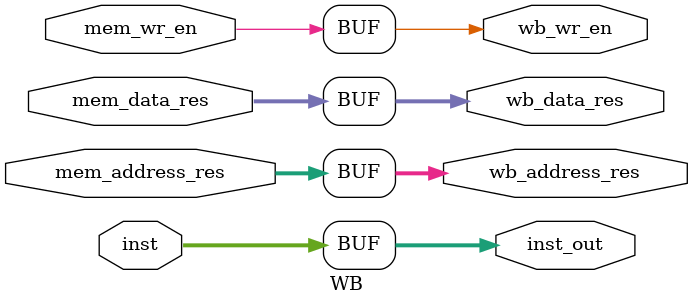
<source format=v>
module WB(
		input mem_wr_en,
		input [2:0] mem_address_res,
		input [15:0] inst, mem_data_res,
		output wb_wr_en,
		output [2:0] wb_address_res, 
		output [15:0] inst_out, wb_data_res);

		assign wb_data_res = mem_data_res;
		assign wb_wr_en = mem_wr_en;
		assign wb_address_res = mem_address_res;
		assign inst_out = inst;
		
endmodule 
</source>
